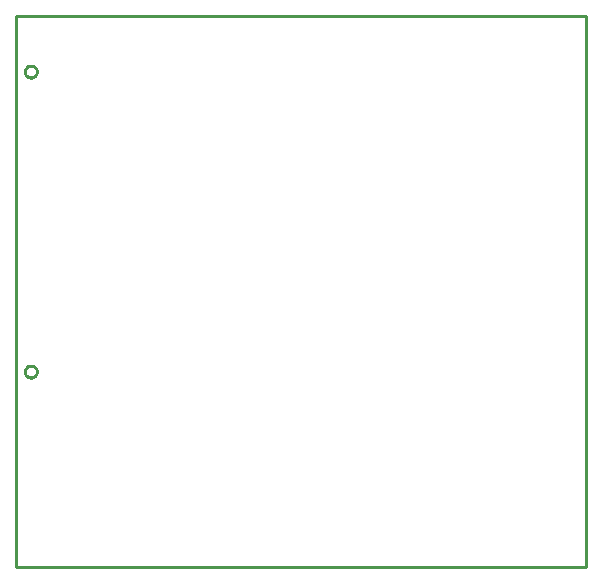
<source format=gbr>
G04 EAGLE Gerber RS-274X export*
G75*
%MOMM*%
%FSLAX34Y34*%
%LPD*%
%IN*%
%IPPOS*%
%AMOC8*
5,1,8,0,0,1.08239X$1,22.5*%
G01*
%ADD10C,0.254000*%


D10*
X101600Y457200D02*
X584000Y457200D01*
X584000Y923800D01*
X101600Y923800D01*
X101600Y457200D01*
X119300Y622019D02*
X119237Y621461D01*
X119112Y620914D01*
X118927Y620384D01*
X118683Y619878D01*
X118384Y619402D01*
X118034Y618963D01*
X117637Y618566D01*
X117198Y618216D01*
X116722Y617917D01*
X116216Y617673D01*
X115686Y617488D01*
X115139Y617363D01*
X114581Y617300D01*
X114019Y617300D01*
X113461Y617363D01*
X112914Y617488D01*
X112384Y617673D01*
X111878Y617917D01*
X111402Y618216D01*
X110963Y618566D01*
X110566Y618963D01*
X110216Y619402D01*
X109917Y619878D01*
X109673Y620384D01*
X109488Y620914D01*
X109363Y621461D01*
X109300Y622019D01*
X109300Y622581D01*
X109363Y623139D01*
X109488Y623686D01*
X109673Y624216D01*
X109917Y624722D01*
X110216Y625198D01*
X110566Y625637D01*
X110963Y626034D01*
X111402Y626384D01*
X111878Y626683D01*
X112384Y626927D01*
X112914Y627112D01*
X113461Y627237D01*
X114019Y627300D01*
X114581Y627300D01*
X115139Y627237D01*
X115686Y627112D01*
X116216Y626927D01*
X116722Y626683D01*
X117198Y626384D01*
X117637Y626034D01*
X118034Y625637D01*
X118384Y625198D01*
X118683Y624722D01*
X118927Y624216D01*
X119112Y623686D01*
X119237Y623139D01*
X119300Y622581D01*
X119300Y622019D01*
X119300Y876019D02*
X119237Y875461D01*
X119112Y874914D01*
X118927Y874384D01*
X118683Y873878D01*
X118384Y873402D01*
X118034Y872963D01*
X117637Y872566D01*
X117198Y872216D01*
X116722Y871917D01*
X116216Y871673D01*
X115686Y871488D01*
X115139Y871363D01*
X114581Y871300D01*
X114019Y871300D01*
X113461Y871363D01*
X112914Y871488D01*
X112384Y871673D01*
X111878Y871917D01*
X111402Y872216D01*
X110963Y872566D01*
X110566Y872963D01*
X110216Y873402D01*
X109917Y873878D01*
X109673Y874384D01*
X109488Y874914D01*
X109363Y875461D01*
X109300Y876019D01*
X109300Y876581D01*
X109363Y877139D01*
X109488Y877686D01*
X109673Y878216D01*
X109917Y878722D01*
X110216Y879198D01*
X110566Y879637D01*
X110963Y880034D01*
X111402Y880384D01*
X111878Y880683D01*
X112384Y880927D01*
X112914Y881112D01*
X113461Y881237D01*
X114019Y881300D01*
X114581Y881300D01*
X115139Y881237D01*
X115686Y881112D01*
X116216Y880927D01*
X116722Y880683D01*
X117198Y880384D01*
X117637Y880034D01*
X118034Y879637D01*
X118384Y879198D01*
X118683Y878722D01*
X118927Y878216D01*
X119112Y877686D01*
X119237Y877139D01*
X119300Y876581D01*
X119300Y876019D01*
M02*

</source>
